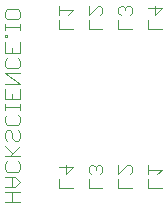
<source format=gbo>
G75*
%MOIN*%
%OFA0B0*%
%FSLAX25Y25*%
%IPPOS*%
%LPD*%
%AMOC8*
5,1,8,0,0,1.08239X$1,22.5*
%
%ADD10C,0.00400*%
D10*
X0056315Y0016160D02*
X0061519Y0016160D01*
X0058917Y0016160D02*
X0058917Y0019630D01*
X0058917Y0021316D02*
X0058917Y0024786D01*
X0059785Y0024786D02*
X0056315Y0024786D01*
X0057182Y0026473D02*
X0056315Y0027340D01*
X0056315Y0029075D01*
X0057182Y0029942D01*
X0056315Y0031629D02*
X0061519Y0031629D01*
X0060652Y0029942D02*
X0061519Y0029075D01*
X0061519Y0027340D01*
X0060652Y0026473D01*
X0057182Y0026473D01*
X0059785Y0024786D02*
X0061519Y0023051D01*
X0059785Y0021316D01*
X0056315Y0021316D01*
X0056315Y0019630D02*
X0061519Y0019630D01*
X0074513Y0020917D02*
X0074513Y0023986D01*
X0076815Y0025520D02*
X0076815Y0028590D01*
X0074513Y0027822D02*
X0079117Y0027822D01*
X0076815Y0025520D01*
X0079117Y0020917D02*
X0074513Y0020917D01*
X0084356Y0020917D02*
X0084356Y0023986D01*
X0085123Y0025520D02*
X0084356Y0026288D01*
X0084356Y0027822D01*
X0085123Y0028590D01*
X0085891Y0028590D01*
X0086658Y0027822D01*
X0086658Y0027055D01*
X0086658Y0027822D02*
X0087425Y0028590D01*
X0088193Y0028590D01*
X0088960Y0027822D01*
X0088960Y0026288D01*
X0088193Y0025520D01*
X0088960Y0020917D02*
X0084356Y0020917D01*
X0094198Y0020917D02*
X0094198Y0023986D01*
X0094198Y0025520D02*
X0097268Y0028590D01*
X0098035Y0028590D01*
X0098802Y0027822D01*
X0098802Y0026288D01*
X0098035Y0025520D01*
X0094198Y0025520D02*
X0094198Y0028590D01*
X0094198Y0020917D02*
X0098802Y0020917D01*
X0104041Y0020917D02*
X0104041Y0023986D01*
X0104041Y0025520D02*
X0104041Y0028590D01*
X0104041Y0027055D02*
X0108645Y0027055D01*
X0107110Y0025520D01*
X0108645Y0020917D02*
X0104041Y0020917D01*
X0061519Y0035099D02*
X0058050Y0031629D01*
X0058917Y0032497D02*
X0056315Y0035099D01*
X0057182Y0036786D02*
X0056315Y0037653D01*
X0056315Y0039388D01*
X0057182Y0040255D01*
X0058050Y0040255D01*
X0058917Y0039388D01*
X0058917Y0037653D01*
X0059785Y0036786D01*
X0060652Y0036786D01*
X0061519Y0037653D01*
X0061519Y0039388D01*
X0060652Y0040255D01*
X0060652Y0041942D02*
X0057182Y0041942D01*
X0056315Y0042809D01*
X0056315Y0044544D01*
X0057182Y0045412D01*
X0056315Y0047098D02*
X0056315Y0048833D01*
X0056315Y0047966D02*
X0061519Y0047966D01*
X0061519Y0048833D02*
X0061519Y0047098D01*
X0060652Y0045412D02*
X0061519Y0044544D01*
X0061519Y0042809D01*
X0060652Y0041942D01*
X0061519Y0050536D02*
X0056315Y0050536D01*
X0056315Y0054006D01*
X0056315Y0055692D02*
X0061519Y0055692D01*
X0056315Y0059162D01*
X0061519Y0059162D01*
X0060652Y0060849D02*
X0057182Y0060849D01*
X0056315Y0061716D01*
X0056315Y0063451D01*
X0057182Y0064318D01*
X0056315Y0066005D02*
X0056315Y0069475D01*
X0056315Y0071162D02*
X0056315Y0072029D01*
X0057182Y0072029D01*
X0057182Y0071162D01*
X0056315Y0071162D01*
X0056315Y0073740D02*
X0056315Y0075475D01*
X0056315Y0074607D02*
X0061519Y0074607D01*
X0061519Y0073740D02*
X0061519Y0075475D01*
X0060652Y0077177D02*
X0057182Y0077177D01*
X0056315Y0078045D01*
X0056315Y0079780D01*
X0057182Y0080647D01*
X0060652Y0080647D01*
X0061519Y0079780D01*
X0061519Y0078045D01*
X0060652Y0077177D01*
X0061519Y0069475D02*
X0061519Y0066005D01*
X0056315Y0066005D01*
X0058917Y0066005D02*
X0058917Y0067740D01*
X0060652Y0064318D02*
X0061519Y0063451D01*
X0061519Y0061716D01*
X0060652Y0060849D01*
X0061519Y0054006D02*
X0061519Y0050536D01*
X0058917Y0050536D02*
X0058917Y0052271D01*
X0074513Y0074066D02*
X0074513Y0077135D01*
X0074513Y0078670D02*
X0074513Y0081739D01*
X0074513Y0080205D02*
X0079117Y0080205D01*
X0077583Y0078670D01*
X0079117Y0074066D02*
X0074513Y0074066D01*
X0084356Y0074066D02*
X0084356Y0077135D01*
X0084356Y0078670D02*
X0087425Y0081739D01*
X0088193Y0081739D01*
X0088960Y0080972D01*
X0088960Y0079437D01*
X0088193Y0078670D01*
X0084356Y0078670D02*
X0084356Y0081739D01*
X0084356Y0074066D02*
X0088960Y0074066D01*
X0094198Y0074066D02*
X0094198Y0077135D01*
X0094966Y0078670D02*
X0094198Y0079437D01*
X0094198Y0080972D01*
X0094966Y0081739D01*
X0095733Y0081739D01*
X0096500Y0080972D01*
X0096500Y0080205D01*
X0096500Y0080972D02*
X0097268Y0081739D01*
X0098035Y0081739D01*
X0098802Y0080972D01*
X0098802Y0079437D01*
X0098035Y0078670D01*
X0098802Y0074066D02*
X0094198Y0074066D01*
X0104041Y0074066D02*
X0104041Y0077135D01*
X0106343Y0078670D02*
X0106343Y0081739D01*
X0104041Y0080972D02*
X0108645Y0080972D01*
X0106343Y0078670D01*
X0108645Y0074066D02*
X0104041Y0074066D01*
M02*

</source>
